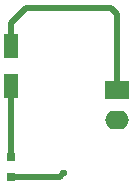
<source format=gtl>
G04*
G04 #@! TF.GenerationSoftware,Altium Limited,Altium Designer,24.9.1 (31)*
G04*
G04 Layer_Physical_Order=1*
G04 Layer_Color=255*
%FSLAX44Y44*%
%MOMM*%
G71*
G04*
G04 #@! TF.SameCoordinates,A047F96F-CBB5-4FC4-9413-2E79A8D59A8A*
G04*
G04*
G04 #@! TF.FilePolarity,Positive*
G04*
G01*
G75*
%ADD13R,0.8000X0.8000*%
%ADD14R,1.2500X2.0000*%
%ADD19C,0.5000*%
%ADD20O,2.0000X1.6000*%
%ADD21R,2.0000X1.6000*%
%ADD22C,0.6000*%
D13*
X55000Y36750D02*
D03*
Y53250D02*
D03*
D14*
Y147780D02*
D03*
Y113490D02*
D03*
D19*
Y36750D02*
X96479D01*
X99729Y40000D02*
X100000D01*
X96479Y36750D02*
X99729Y40000D01*
X55000Y53250D02*
Y113490D01*
Y147780D02*
Y167071D01*
X67929Y180000D01*
X140000D01*
X145000Y110000D02*
Y175000D01*
X140000Y180000D02*
X145000Y175000D01*
D20*
Y84600D02*
D03*
D21*
Y110000D02*
D03*
D22*
X100000Y40000D02*
D03*
M02*

</source>
